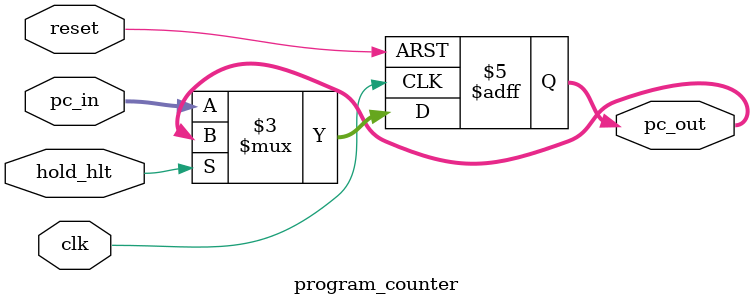
<source format=v>
`timescale 1ns / 1ps

module program_counter(
    input  wire        clk,
    input  wire        reset,
    input  wire [15:0]  pc_in,
    input  wire        hold_hlt,
    output reg  [15:0]  pc_out
);

always @(posedge clk or posedge reset) begin
    if (reset) begin
        pc_out <= 16'h0000;
    end
    else if (hold_hlt) begin
        pc_out <= pc_out;       // hold PC
    end
    else begin
        pc_out <= pc_in;        // normal update
    end
end

endmodule



</source>
